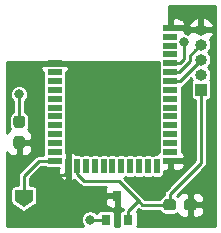
<source format=gbr>
G04 #@! TF.GenerationSoftware,KiCad,Pcbnew,(5.1.0)-1*
G04 #@! TF.CreationDate,2019-06-28T09:21:03+02:00*
G04 #@! TF.ProjectId,Drop,44726f70-2e6b-4696-9361-645f70636258,rev?*
G04 #@! TF.SameCoordinates,Original*
G04 #@! TF.FileFunction,Copper,L1,Top*
G04 #@! TF.FilePolarity,Positive*
%FSLAX46Y46*%
G04 Gerber Fmt 4.6, Leading zero omitted, Abs format (unit mm)*
G04 Created by KiCad (PCBNEW (5.1.0)-1) date 2019-06-28 09:21:03*
%MOMM*%
%LPD*%
G04 APERTURE LIST*
%ADD10R,1.200000X0.500000*%
%ADD11R,0.500000X1.200000*%
%ADD12C,0.100000*%
%ADD13C,0.950000*%
%ADD14R,0.800000X0.900000*%
%ADD15R,1.000000X1.000000*%
%ADD16O,1.000000X1.000000*%
%ADD17C,0.300000*%
%ADD18C,0.800000*%
%ADD19C,0.250000*%
%ADD20C,0.254000*%
G04 APERTURE END LIST*
D10*
X134000000Y-58775001D03*
X134000000Y-59525001D03*
X134000000Y-60275001D03*
X134000000Y-61025001D03*
X134000000Y-61775001D03*
X134000000Y-62525001D03*
X134000000Y-63275001D03*
X134000000Y-64025001D03*
X134000000Y-64775001D03*
X134000000Y-65525001D03*
X134000000Y-66275001D03*
X134000000Y-67025001D03*
D11*
X135150000Y-67475001D03*
X135900000Y-67475001D03*
X136650000Y-67475001D03*
X137400000Y-67475001D03*
X138150000Y-67475001D03*
X138900000Y-67475001D03*
X139650000Y-67475001D03*
X140400000Y-67475001D03*
X141150000Y-67475001D03*
X141900000Y-67475001D03*
X142650000Y-67475001D03*
D10*
X143800000Y-67025001D03*
X143800000Y-66275001D03*
X143800000Y-65525001D03*
X143800000Y-64775001D03*
X143800000Y-64025001D03*
X143800000Y-63275001D03*
X143800000Y-62525001D03*
X143800000Y-61775001D03*
X143800000Y-61025001D03*
X143800000Y-60275001D03*
X143800000Y-59525001D03*
X143800000Y-58775001D03*
X143800000Y-58025001D03*
X143800000Y-57275001D03*
X143800000Y-56525001D03*
X143800000Y-55775001D03*
D12*
G36*
X131260779Y-63201144D02*
G01*
X131283834Y-63204563D01*
X131306443Y-63210227D01*
X131328387Y-63218079D01*
X131349457Y-63228044D01*
X131369448Y-63240026D01*
X131388168Y-63253910D01*
X131405438Y-63269562D01*
X131421090Y-63286832D01*
X131434974Y-63305552D01*
X131446956Y-63325543D01*
X131456921Y-63346613D01*
X131464773Y-63368557D01*
X131470437Y-63391166D01*
X131473856Y-63414221D01*
X131475000Y-63437500D01*
X131475000Y-64012500D01*
X131473856Y-64035779D01*
X131470437Y-64058834D01*
X131464773Y-64081443D01*
X131456921Y-64103387D01*
X131446956Y-64124457D01*
X131434974Y-64144448D01*
X131421090Y-64163168D01*
X131405438Y-64180438D01*
X131388168Y-64196090D01*
X131369448Y-64209974D01*
X131349457Y-64221956D01*
X131328387Y-64231921D01*
X131306443Y-64239773D01*
X131283834Y-64245437D01*
X131260779Y-64248856D01*
X131237500Y-64250000D01*
X130762500Y-64250000D01*
X130739221Y-64248856D01*
X130716166Y-64245437D01*
X130693557Y-64239773D01*
X130671613Y-64231921D01*
X130650543Y-64221956D01*
X130630552Y-64209974D01*
X130611832Y-64196090D01*
X130594562Y-64180438D01*
X130578910Y-64163168D01*
X130565026Y-64144448D01*
X130553044Y-64124457D01*
X130543079Y-64103387D01*
X130535227Y-64081443D01*
X130529563Y-64058834D01*
X130526144Y-64035779D01*
X130525000Y-64012500D01*
X130525000Y-63437500D01*
X130526144Y-63414221D01*
X130529563Y-63391166D01*
X130535227Y-63368557D01*
X130543079Y-63346613D01*
X130553044Y-63325543D01*
X130565026Y-63305552D01*
X130578910Y-63286832D01*
X130594562Y-63269562D01*
X130611832Y-63253910D01*
X130630552Y-63240026D01*
X130650543Y-63228044D01*
X130671613Y-63218079D01*
X130693557Y-63210227D01*
X130716166Y-63204563D01*
X130739221Y-63201144D01*
X130762500Y-63200000D01*
X131237500Y-63200000D01*
X131260779Y-63201144D01*
X131260779Y-63201144D01*
G37*
D13*
X131000000Y-63725000D03*
D12*
G36*
X131260779Y-64951144D02*
G01*
X131283834Y-64954563D01*
X131306443Y-64960227D01*
X131328387Y-64968079D01*
X131349457Y-64978044D01*
X131369448Y-64990026D01*
X131388168Y-65003910D01*
X131405438Y-65019562D01*
X131421090Y-65036832D01*
X131434974Y-65055552D01*
X131446956Y-65075543D01*
X131456921Y-65096613D01*
X131464773Y-65118557D01*
X131470437Y-65141166D01*
X131473856Y-65164221D01*
X131475000Y-65187500D01*
X131475000Y-65762500D01*
X131473856Y-65785779D01*
X131470437Y-65808834D01*
X131464773Y-65831443D01*
X131456921Y-65853387D01*
X131446956Y-65874457D01*
X131434974Y-65894448D01*
X131421090Y-65913168D01*
X131405438Y-65930438D01*
X131388168Y-65946090D01*
X131369448Y-65959974D01*
X131349457Y-65971956D01*
X131328387Y-65981921D01*
X131306443Y-65989773D01*
X131283834Y-65995437D01*
X131260779Y-65998856D01*
X131237500Y-66000000D01*
X130762500Y-66000000D01*
X130739221Y-65998856D01*
X130716166Y-65995437D01*
X130693557Y-65989773D01*
X130671613Y-65981921D01*
X130650543Y-65971956D01*
X130630552Y-65959974D01*
X130611832Y-65946090D01*
X130594562Y-65930438D01*
X130578910Y-65913168D01*
X130565026Y-65894448D01*
X130553044Y-65874457D01*
X130543079Y-65853387D01*
X130535227Y-65831443D01*
X130529563Y-65808834D01*
X130526144Y-65785779D01*
X130525000Y-65762500D01*
X130525000Y-65187500D01*
X130526144Y-65164221D01*
X130529563Y-65141166D01*
X130535227Y-65118557D01*
X130543079Y-65096613D01*
X130553044Y-65075543D01*
X130565026Y-65055552D01*
X130578910Y-65036832D01*
X130594562Y-65019562D01*
X130611832Y-65003910D01*
X130630552Y-64990026D01*
X130650543Y-64978044D01*
X130671613Y-64968079D01*
X130693557Y-64960227D01*
X130716166Y-64954563D01*
X130739221Y-64951144D01*
X130762500Y-64950000D01*
X131237500Y-64950000D01*
X131260779Y-64951144D01*
X131260779Y-64951144D01*
G37*
D13*
X131000000Y-65475000D03*
D14*
X138350000Y-72000000D03*
X140250000Y-72000000D03*
X139300000Y-70000000D03*
D15*
X146400000Y-61000000D03*
D16*
X146400000Y-59730000D03*
X146400000Y-58460000D03*
X146400000Y-57190000D03*
X146400000Y-55920000D03*
D12*
G36*
X144060779Y-70276144D02*
G01*
X144083834Y-70279563D01*
X144106443Y-70285227D01*
X144128387Y-70293079D01*
X144149457Y-70303044D01*
X144169448Y-70315026D01*
X144188168Y-70328910D01*
X144205438Y-70344562D01*
X144221090Y-70361832D01*
X144234974Y-70380552D01*
X144246956Y-70400543D01*
X144256921Y-70421613D01*
X144264773Y-70443557D01*
X144270437Y-70466166D01*
X144273856Y-70489221D01*
X144275000Y-70512500D01*
X144275000Y-70987500D01*
X144273856Y-71010779D01*
X144270437Y-71033834D01*
X144264773Y-71056443D01*
X144256921Y-71078387D01*
X144246956Y-71099457D01*
X144234974Y-71119448D01*
X144221090Y-71138168D01*
X144205438Y-71155438D01*
X144188168Y-71171090D01*
X144169448Y-71184974D01*
X144149457Y-71196956D01*
X144128387Y-71206921D01*
X144106443Y-71214773D01*
X144083834Y-71220437D01*
X144060779Y-71223856D01*
X144037500Y-71225000D01*
X143462500Y-71225000D01*
X143439221Y-71223856D01*
X143416166Y-71220437D01*
X143393557Y-71214773D01*
X143371613Y-71206921D01*
X143350543Y-71196956D01*
X143330552Y-71184974D01*
X143311832Y-71171090D01*
X143294562Y-71155438D01*
X143278910Y-71138168D01*
X143265026Y-71119448D01*
X143253044Y-71099457D01*
X143243079Y-71078387D01*
X143235227Y-71056443D01*
X143229563Y-71033834D01*
X143226144Y-71010779D01*
X143225000Y-70987500D01*
X143225000Y-70512500D01*
X143226144Y-70489221D01*
X143229563Y-70466166D01*
X143235227Y-70443557D01*
X143243079Y-70421613D01*
X143253044Y-70400543D01*
X143265026Y-70380552D01*
X143278910Y-70361832D01*
X143294562Y-70344562D01*
X143311832Y-70328910D01*
X143330552Y-70315026D01*
X143350543Y-70303044D01*
X143371613Y-70293079D01*
X143393557Y-70285227D01*
X143416166Y-70279563D01*
X143439221Y-70276144D01*
X143462500Y-70275000D01*
X144037500Y-70275000D01*
X144060779Y-70276144D01*
X144060779Y-70276144D01*
G37*
D13*
X143750000Y-70750000D03*
D12*
G36*
X145810779Y-70276144D02*
G01*
X145833834Y-70279563D01*
X145856443Y-70285227D01*
X145878387Y-70293079D01*
X145899457Y-70303044D01*
X145919448Y-70315026D01*
X145938168Y-70328910D01*
X145955438Y-70344562D01*
X145971090Y-70361832D01*
X145984974Y-70380552D01*
X145996956Y-70400543D01*
X146006921Y-70421613D01*
X146014773Y-70443557D01*
X146020437Y-70466166D01*
X146023856Y-70489221D01*
X146025000Y-70512500D01*
X146025000Y-70987500D01*
X146023856Y-71010779D01*
X146020437Y-71033834D01*
X146014773Y-71056443D01*
X146006921Y-71078387D01*
X145996956Y-71099457D01*
X145984974Y-71119448D01*
X145971090Y-71138168D01*
X145955438Y-71155438D01*
X145938168Y-71171090D01*
X145919448Y-71184974D01*
X145899457Y-71196956D01*
X145878387Y-71206921D01*
X145856443Y-71214773D01*
X145833834Y-71220437D01*
X145810779Y-71223856D01*
X145787500Y-71225000D01*
X145212500Y-71225000D01*
X145189221Y-71223856D01*
X145166166Y-71220437D01*
X145143557Y-71214773D01*
X145121613Y-71206921D01*
X145100543Y-71196956D01*
X145080552Y-71184974D01*
X145061832Y-71171090D01*
X145044562Y-71155438D01*
X145028910Y-71138168D01*
X145015026Y-71119448D01*
X145003044Y-71099457D01*
X144993079Y-71078387D01*
X144985227Y-71056443D01*
X144979563Y-71033834D01*
X144976144Y-71010779D01*
X144975000Y-70987500D01*
X144975000Y-70512500D01*
X144976144Y-70489221D01*
X144979563Y-70466166D01*
X144985227Y-70443557D01*
X144993079Y-70421613D01*
X145003044Y-70400543D01*
X145015026Y-70380552D01*
X145028910Y-70361832D01*
X145044562Y-70344562D01*
X145061832Y-70328910D01*
X145080552Y-70315026D01*
X145100543Y-70303044D01*
X145121613Y-70293079D01*
X145143557Y-70285227D01*
X145166166Y-70279563D01*
X145189221Y-70276144D01*
X145212500Y-70275000D01*
X145787500Y-70275000D01*
X145810779Y-70276144D01*
X145810779Y-70276144D01*
G37*
D13*
X145500000Y-70750000D03*
D17*
X131400000Y-71425000D03*
D12*
G36*
X130650000Y-71925000D02*
G01*
X130650000Y-70775000D01*
X131400000Y-71275000D01*
X132150000Y-70775000D01*
X132150000Y-71925000D01*
X130650000Y-71925000D01*
X130650000Y-71925000D01*
G37*
D17*
X131400000Y-69975000D03*
D12*
G36*
X131400000Y-70975000D02*
G01*
X130650000Y-70475000D01*
X130650000Y-69475000D01*
X132150000Y-69475000D01*
X132150000Y-70475000D01*
X131400000Y-70975000D01*
X131400000Y-70975000D01*
G37*
D18*
X131000000Y-61400000D03*
X137000000Y-72000000D03*
X143200000Y-68800000D03*
X131500000Y-59250000D03*
X133200000Y-68000000D03*
X145000000Y-57000000D03*
D19*
X131000000Y-63725000D02*
X131000000Y-61400000D01*
X138350000Y-72000000D02*
X137000000Y-72000000D01*
X135250000Y-67575001D02*
X135150000Y-67475001D01*
X135150000Y-67825001D02*
X134775001Y-68200000D01*
X135150000Y-67475001D02*
X135150000Y-67825001D01*
X134775001Y-68200000D02*
X133325010Y-68200000D01*
X144650000Y-58775001D02*
X145000000Y-58425001D01*
X143800000Y-58775001D02*
X144650000Y-58775001D01*
X145000000Y-58425001D02*
X145000000Y-57000000D01*
X146400000Y-58525001D02*
X146400000Y-58460000D01*
X144650000Y-60275001D02*
X146400000Y-58525001D01*
X143800000Y-60275001D02*
X144650000Y-60275001D01*
X145900001Y-57689999D02*
X146400000Y-57190000D01*
X145450009Y-58139991D02*
X145900001Y-57689999D01*
X145450009Y-58611402D02*
X145450009Y-58139991D01*
X144536410Y-59525001D02*
X145450009Y-58611402D01*
X143800000Y-59525001D02*
X144536410Y-59525001D01*
X143125000Y-70750000D02*
X143750000Y-70750000D01*
X141438589Y-70750000D02*
X143125000Y-70750000D01*
X136489997Y-68750000D02*
X139438589Y-68750000D01*
X135900000Y-68160003D02*
X136489997Y-68750000D01*
X135900000Y-67475001D02*
X135900000Y-68160003D01*
X141094294Y-70455706D02*
X141144294Y-70455706D01*
X140250000Y-71300000D02*
X141094294Y-70455706D01*
X140250000Y-72000000D02*
X140250000Y-71300000D01*
X139438589Y-68750000D02*
X141144294Y-70455706D01*
X141144294Y-70455706D02*
X141438589Y-70750000D01*
X146400000Y-66500000D02*
X146400000Y-61000000D01*
X146400000Y-67200000D02*
X146400000Y-66500000D01*
X143750000Y-70750000D02*
X143750000Y-69850000D01*
X143750000Y-69850000D02*
X146400000Y-67200000D01*
X134000000Y-67025001D02*
X132674999Y-67025001D01*
X131400000Y-68300000D02*
X131400000Y-69975000D01*
X132674999Y-67025001D02*
X131400000Y-68300000D01*
D20*
G36*
X147544001Y-72544000D02*
G01*
X141019629Y-72544000D01*
X141025487Y-72524689D01*
X141032843Y-72450000D01*
X141032843Y-71550000D01*
X141025487Y-71475311D01*
X141003701Y-71403492D01*
X140968322Y-71337304D01*
X140950276Y-71315315D01*
X141121355Y-71144236D01*
X141156110Y-71172759D01*
X141244014Y-71219745D01*
X141339396Y-71248678D01*
X141413735Y-71256000D01*
X141413743Y-71256000D01*
X141438589Y-71258447D01*
X141463435Y-71256000D01*
X142906004Y-71256000D01*
X142946704Y-71332144D01*
X143023851Y-71426149D01*
X143117856Y-71503296D01*
X143225105Y-71560622D01*
X143341477Y-71595923D01*
X143462500Y-71607843D01*
X144037500Y-71607843D01*
X144158523Y-71595923D01*
X144274895Y-71560622D01*
X144382144Y-71503296D01*
X144397151Y-71490980D01*
X144444463Y-71579494D01*
X144523815Y-71676185D01*
X144620506Y-71755537D01*
X144730820Y-71814502D01*
X144850518Y-71850812D01*
X144975000Y-71863072D01*
X145214250Y-71860000D01*
X145373000Y-71701250D01*
X145373000Y-70877000D01*
X145627000Y-70877000D01*
X145627000Y-71701250D01*
X145785750Y-71860000D01*
X146025000Y-71863072D01*
X146149482Y-71850812D01*
X146269180Y-71814502D01*
X146379494Y-71755537D01*
X146476185Y-71676185D01*
X146555537Y-71579494D01*
X146614502Y-71469180D01*
X146650812Y-71349482D01*
X146663072Y-71225000D01*
X146660000Y-71035750D01*
X146501250Y-70877000D01*
X145627000Y-70877000D01*
X145373000Y-70877000D01*
X145353000Y-70877000D01*
X145353000Y-70623000D01*
X145373000Y-70623000D01*
X145373000Y-69798750D01*
X145627000Y-69798750D01*
X145627000Y-70623000D01*
X146501250Y-70623000D01*
X146660000Y-70464250D01*
X146663072Y-70275000D01*
X146650812Y-70150518D01*
X146614502Y-70030820D01*
X146555537Y-69920506D01*
X146476185Y-69823815D01*
X146379494Y-69744463D01*
X146269180Y-69685498D01*
X146149482Y-69649188D01*
X146025000Y-69636928D01*
X145785750Y-69640000D01*
X145627000Y-69798750D01*
X145373000Y-69798750D01*
X145214250Y-69640000D01*
X144975000Y-69636928D01*
X144850518Y-69649188D01*
X144730820Y-69685498D01*
X144620506Y-69744463D01*
X144523815Y-69823815D01*
X144444463Y-69920506D01*
X144397151Y-70009020D01*
X144382144Y-69996704D01*
X144340921Y-69974670D01*
X146740220Y-67575372D01*
X146759527Y-67559527D01*
X146822759Y-67482479D01*
X146869745Y-67394575D01*
X146898678Y-67299193D01*
X146906000Y-67224854D01*
X146906000Y-67224853D01*
X146908448Y-67200000D01*
X146906000Y-67175146D01*
X146906000Y-61882252D01*
X146974689Y-61875487D01*
X147046508Y-61853701D01*
X147112696Y-61818322D01*
X147170711Y-61770711D01*
X147218322Y-61712696D01*
X147253701Y-61646508D01*
X147275487Y-61574689D01*
X147282843Y-61500000D01*
X147282843Y-60500000D01*
X147275487Y-60425311D01*
X147253701Y-60353492D01*
X147218322Y-60287304D01*
X147170711Y-60229289D01*
X147143858Y-60207251D01*
X147217875Y-60068775D01*
X147268252Y-59902706D01*
X147285262Y-59730000D01*
X147268252Y-59557294D01*
X147217875Y-59391225D01*
X147136068Y-59238175D01*
X147025975Y-59104025D01*
X147014978Y-59095000D01*
X147025975Y-59085975D01*
X147136068Y-58951825D01*
X147217875Y-58798775D01*
X147268252Y-58632706D01*
X147285262Y-58460000D01*
X147268252Y-58287294D01*
X147217875Y-58121225D01*
X147136068Y-57968175D01*
X147025975Y-57834025D01*
X147014978Y-57825000D01*
X147025975Y-57815975D01*
X147136068Y-57681825D01*
X147217875Y-57528775D01*
X147268252Y-57362706D01*
X147285262Y-57190000D01*
X147268252Y-57017294D01*
X147217875Y-56851225D01*
X147164626Y-56751604D01*
X147258865Y-56662020D01*
X147387123Y-56480206D01*
X147477446Y-56276864D01*
X147494119Y-56221874D01*
X147367954Y-56047000D01*
X146527000Y-56047000D01*
X146527000Y-56067000D01*
X146273000Y-56067000D01*
X146273000Y-56047000D01*
X145432046Y-56047000D01*
X145305881Y-56221874D01*
X145322554Y-56276864D01*
X145328756Y-56290827D01*
X145227809Y-56249013D01*
X145076922Y-56219000D01*
X145004640Y-56219000D01*
X145023564Y-56160290D01*
X145035000Y-56056751D01*
X144876250Y-55898001D01*
X144459327Y-55898001D01*
X144400000Y-55892158D01*
X143709358Y-55892158D01*
X143715850Y-55048751D01*
X143927000Y-55048751D01*
X143927000Y-55652001D01*
X144876250Y-55652001D01*
X144910125Y-55618126D01*
X145305881Y-55618126D01*
X145432046Y-55793000D01*
X146273000Y-55793000D01*
X146273000Y-54950871D01*
X146527000Y-54950871D01*
X146527000Y-55793000D01*
X147367954Y-55793000D01*
X147494119Y-55618126D01*
X147477446Y-55563136D01*
X147387123Y-55359794D01*
X147258865Y-55177980D01*
X147097601Y-55024682D01*
X146909529Y-54905790D01*
X146701876Y-54825874D01*
X146527000Y-54950871D01*
X146273000Y-54950871D01*
X146098124Y-54825874D01*
X145890471Y-54905790D01*
X145702399Y-55024682D01*
X145541135Y-55177980D01*
X145412877Y-55359794D01*
X145322554Y-55563136D01*
X145305881Y-55618126D01*
X144910125Y-55618126D01*
X145035000Y-55493251D01*
X145023564Y-55389712D01*
X144985189Y-55270660D01*
X144924325Y-55161382D01*
X144843312Y-55066078D01*
X144745263Y-54988410D01*
X144633945Y-54931363D01*
X144513637Y-54897130D01*
X144388961Y-54887024D01*
X144085750Y-54890001D01*
X143927000Y-55048751D01*
X143715850Y-55048751D01*
X143724263Y-53956000D01*
X147544000Y-53956000D01*
X147544001Y-72544000D01*
X147544001Y-72544000D01*
G37*
X147544001Y-72544000D02*
X141019629Y-72544000D01*
X141025487Y-72524689D01*
X141032843Y-72450000D01*
X141032843Y-71550000D01*
X141025487Y-71475311D01*
X141003701Y-71403492D01*
X140968322Y-71337304D01*
X140950276Y-71315315D01*
X141121355Y-71144236D01*
X141156110Y-71172759D01*
X141244014Y-71219745D01*
X141339396Y-71248678D01*
X141413735Y-71256000D01*
X141413743Y-71256000D01*
X141438589Y-71258447D01*
X141463435Y-71256000D01*
X142906004Y-71256000D01*
X142946704Y-71332144D01*
X143023851Y-71426149D01*
X143117856Y-71503296D01*
X143225105Y-71560622D01*
X143341477Y-71595923D01*
X143462500Y-71607843D01*
X144037500Y-71607843D01*
X144158523Y-71595923D01*
X144274895Y-71560622D01*
X144382144Y-71503296D01*
X144397151Y-71490980D01*
X144444463Y-71579494D01*
X144523815Y-71676185D01*
X144620506Y-71755537D01*
X144730820Y-71814502D01*
X144850518Y-71850812D01*
X144975000Y-71863072D01*
X145214250Y-71860000D01*
X145373000Y-71701250D01*
X145373000Y-70877000D01*
X145627000Y-70877000D01*
X145627000Y-71701250D01*
X145785750Y-71860000D01*
X146025000Y-71863072D01*
X146149482Y-71850812D01*
X146269180Y-71814502D01*
X146379494Y-71755537D01*
X146476185Y-71676185D01*
X146555537Y-71579494D01*
X146614502Y-71469180D01*
X146650812Y-71349482D01*
X146663072Y-71225000D01*
X146660000Y-71035750D01*
X146501250Y-70877000D01*
X145627000Y-70877000D01*
X145373000Y-70877000D01*
X145353000Y-70877000D01*
X145353000Y-70623000D01*
X145373000Y-70623000D01*
X145373000Y-69798750D01*
X145627000Y-69798750D01*
X145627000Y-70623000D01*
X146501250Y-70623000D01*
X146660000Y-70464250D01*
X146663072Y-70275000D01*
X146650812Y-70150518D01*
X146614502Y-70030820D01*
X146555537Y-69920506D01*
X146476185Y-69823815D01*
X146379494Y-69744463D01*
X146269180Y-69685498D01*
X146149482Y-69649188D01*
X146025000Y-69636928D01*
X145785750Y-69640000D01*
X145627000Y-69798750D01*
X145373000Y-69798750D01*
X145214250Y-69640000D01*
X144975000Y-69636928D01*
X144850518Y-69649188D01*
X144730820Y-69685498D01*
X144620506Y-69744463D01*
X144523815Y-69823815D01*
X144444463Y-69920506D01*
X144397151Y-70009020D01*
X144382144Y-69996704D01*
X144340921Y-69974670D01*
X146740220Y-67575372D01*
X146759527Y-67559527D01*
X146822759Y-67482479D01*
X146869745Y-67394575D01*
X146898678Y-67299193D01*
X146906000Y-67224854D01*
X146906000Y-67224853D01*
X146908448Y-67200000D01*
X146906000Y-67175146D01*
X146906000Y-61882252D01*
X146974689Y-61875487D01*
X147046508Y-61853701D01*
X147112696Y-61818322D01*
X147170711Y-61770711D01*
X147218322Y-61712696D01*
X147253701Y-61646508D01*
X147275487Y-61574689D01*
X147282843Y-61500000D01*
X147282843Y-60500000D01*
X147275487Y-60425311D01*
X147253701Y-60353492D01*
X147218322Y-60287304D01*
X147170711Y-60229289D01*
X147143858Y-60207251D01*
X147217875Y-60068775D01*
X147268252Y-59902706D01*
X147285262Y-59730000D01*
X147268252Y-59557294D01*
X147217875Y-59391225D01*
X147136068Y-59238175D01*
X147025975Y-59104025D01*
X147014978Y-59095000D01*
X147025975Y-59085975D01*
X147136068Y-58951825D01*
X147217875Y-58798775D01*
X147268252Y-58632706D01*
X147285262Y-58460000D01*
X147268252Y-58287294D01*
X147217875Y-58121225D01*
X147136068Y-57968175D01*
X147025975Y-57834025D01*
X147014978Y-57825000D01*
X147025975Y-57815975D01*
X147136068Y-57681825D01*
X147217875Y-57528775D01*
X147268252Y-57362706D01*
X147285262Y-57190000D01*
X147268252Y-57017294D01*
X147217875Y-56851225D01*
X147164626Y-56751604D01*
X147258865Y-56662020D01*
X147387123Y-56480206D01*
X147477446Y-56276864D01*
X147494119Y-56221874D01*
X147367954Y-56047000D01*
X146527000Y-56047000D01*
X146527000Y-56067000D01*
X146273000Y-56067000D01*
X146273000Y-56047000D01*
X145432046Y-56047000D01*
X145305881Y-56221874D01*
X145322554Y-56276864D01*
X145328756Y-56290827D01*
X145227809Y-56249013D01*
X145076922Y-56219000D01*
X145004640Y-56219000D01*
X145023564Y-56160290D01*
X145035000Y-56056751D01*
X144876250Y-55898001D01*
X144459327Y-55898001D01*
X144400000Y-55892158D01*
X143709358Y-55892158D01*
X143715850Y-55048751D01*
X143927000Y-55048751D01*
X143927000Y-55652001D01*
X144876250Y-55652001D01*
X144910125Y-55618126D01*
X145305881Y-55618126D01*
X145432046Y-55793000D01*
X146273000Y-55793000D01*
X146273000Y-54950871D01*
X146527000Y-54950871D01*
X146527000Y-55793000D01*
X147367954Y-55793000D01*
X147494119Y-55618126D01*
X147477446Y-55563136D01*
X147387123Y-55359794D01*
X147258865Y-55177980D01*
X147097601Y-55024682D01*
X146909529Y-54905790D01*
X146701876Y-54825874D01*
X146527000Y-54950871D01*
X146273000Y-54950871D01*
X146098124Y-54825874D01*
X145890471Y-54905790D01*
X145702399Y-55024682D01*
X145541135Y-55177980D01*
X145412877Y-55359794D01*
X145322554Y-55563136D01*
X145305881Y-55618126D01*
X144910125Y-55618126D01*
X145035000Y-55493251D01*
X145023564Y-55389712D01*
X144985189Y-55270660D01*
X144924325Y-55161382D01*
X144843312Y-55066078D01*
X144745263Y-54988410D01*
X144633945Y-54931363D01*
X144513637Y-54897130D01*
X144388961Y-54887024D01*
X144085750Y-54890001D01*
X143927000Y-55048751D01*
X143715850Y-55048751D01*
X143724263Y-53956000D01*
X147544000Y-53956000D01*
X147544001Y-72544000D01*
G36*
X132923750Y-58652001D02*
G01*
X133873000Y-58652001D01*
X133873000Y-58628001D01*
X134127000Y-58628001D01*
X134127000Y-58652001D01*
X135076250Y-58652001D01*
X135101251Y-58627000D01*
X142817157Y-58627000D01*
X142817157Y-59025001D01*
X142824513Y-59099690D01*
X142839775Y-59150001D01*
X142824513Y-59200312D01*
X142817157Y-59275001D01*
X142817157Y-59775001D01*
X142824513Y-59849690D01*
X142839775Y-59900001D01*
X142824513Y-59950312D01*
X142817157Y-60025001D01*
X142817157Y-60525001D01*
X142824513Y-60599690D01*
X142839775Y-60650001D01*
X142824513Y-60700312D01*
X142817157Y-60775001D01*
X142817157Y-61275001D01*
X142824513Y-61349690D01*
X142839775Y-61400001D01*
X142824513Y-61450312D01*
X142817157Y-61525001D01*
X142817157Y-62025001D01*
X142824513Y-62099690D01*
X142839775Y-62150001D01*
X142824513Y-62200312D01*
X142817157Y-62275001D01*
X142817157Y-62775001D01*
X142824513Y-62849690D01*
X142839775Y-62900001D01*
X142824513Y-62950312D01*
X142817157Y-63025001D01*
X142817157Y-63525001D01*
X142824513Y-63599690D01*
X142839775Y-63650001D01*
X142824513Y-63700312D01*
X142817157Y-63775001D01*
X142817157Y-64275001D01*
X142824513Y-64349690D01*
X142839775Y-64400001D01*
X142824513Y-64450312D01*
X142817157Y-64525001D01*
X142817157Y-65025001D01*
X142824513Y-65099690D01*
X142839775Y-65150001D01*
X142824513Y-65200312D01*
X142817157Y-65275001D01*
X142817157Y-65775001D01*
X142824513Y-65849690D01*
X142839775Y-65900001D01*
X142824513Y-65950312D01*
X142817157Y-66025001D01*
X142817157Y-66268178D01*
X142756688Y-66316078D01*
X142675675Y-66411382D01*
X142630686Y-66492158D01*
X142400000Y-66492158D01*
X142325311Y-66499514D01*
X142275000Y-66514776D01*
X142224689Y-66499514D01*
X142150000Y-66492158D01*
X141650000Y-66492158D01*
X141575311Y-66499514D01*
X141525000Y-66514776D01*
X141474689Y-66499514D01*
X141400000Y-66492158D01*
X140900000Y-66492158D01*
X140825311Y-66499514D01*
X140775000Y-66514776D01*
X140724689Y-66499514D01*
X140650000Y-66492158D01*
X140150000Y-66492158D01*
X140075311Y-66499514D01*
X140025000Y-66514776D01*
X139974689Y-66499514D01*
X139900000Y-66492158D01*
X139400000Y-66492158D01*
X139325311Y-66499514D01*
X139275000Y-66514776D01*
X139224689Y-66499514D01*
X139150000Y-66492158D01*
X138650000Y-66492158D01*
X138575311Y-66499514D01*
X138525000Y-66514776D01*
X138474689Y-66499514D01*
X138400000Y-66492158D01*
X137900000Y-66492158D01*
X137825311Y-66499514D01*
X137775000Y-66514776D01*
X137724689Y-66499514D01*
X137650000Y-66492158D01*
X137150000Y-66492158D01*
X137075311Y-66499514D01*
X137025000Y-66514776D01*
X136974689Y-66499514D01*
X136900000Y-66492158D01*
X136400000Y-66492158D01*
X136325311Y-66499514D01*
X136275000Y-66514776D01*
X136224689Y-66499514D01*
X136150000Y-66492158D01*
X135906823Y-66492158D01*
X135858923Y-66431689D01*
X135763619Y-66350676D01*
X135654341Y-66289812D01*
X135535289Y-66251437D01*
X135431750Y-66240001D01*
X135273000Y-66398751D01*
X135273000Y-66815674D01*
X135267157Y-66875001D01*
X135267157Y-68075001D01*
X135273000Y-68134328D01*
X135273000Y-68551251D01*
X135431750Y-68710001D01*
X135535289Y-68698565D01*
X135654341Y-68660190D01*
X135673773Y-68649367D01*
X136114625Y-69090220D01*
X136130470Y-69109527D01*
X136207518Y-69172759D01*
X136295422Y-69219745D01*
X136390804Y-69248678D01*
X136489997Y-69258448D01*
X136514851Y-69256000D01*
X138337128Y-69256000D01*
X138310498Y-69305820D01*
X138274188Y-69425518D01*
X138261928Y-69550000D01*
X138265000Y-69714250D01*
X138423750Y-69873000D01*
X139173000Y-69873000D01*
X139173000Y-69853000D01*
X139427000Y-69853000D01*
X139427000Y-69873000D01*
X139447000Y-69873000D01*
X139447000Y-70127000D01*
X139427000Y-70127000D01*
X139427000Y-70926250D01*
X139585750Y-71085000D01*
X139700000Y-71088072D01*
X139794506Y-71078764D01*
X139780255Y-71105426D01*
X139757676Y-71179863D01*
X139703492Y-71196299D01*
X139637304Y-71231678D01*
X139579289Y-71279289D01*
X139531678Y-71337304D01*
X139496299Y-71403492D01*
X139474513Y-71475311D01*
X139467157Y-71550000D01*
X139467157Y-72450000D01*
X139474513Y-72524689D01*
X139480371Y-72544000D01*
X139119629Y-72544000D01*
X139125487Y-72524689D01*
X139132843Y-72450000D01*
X139132843Y-71550000D01*
X139125487Y-71475311D01*
X139103701Y-71403492D01*
X139068322Y-71337304D01*
X139020711Y-71279289D01*
X138962696Y-71231678D01*
X138896508Y-71196299D01*
X138824689Y-71174513D01*
X138750000Y-71167157D01*
X137950000Y-71167157D01*
X137875311Y-71174513D01*
X137803492Y-71196299D01*
X137737304Y-71231678D01*
X137679289Y-71279289D01*
X137631678Y-71337304D01*
X137596299Y-71403492D01*
X137575746Y-71471245D01*
X137497859Y-71393358D01*
X137369942Y-71307887D01*
X137227809Y-71249013D01*
X137076922Y-71219000D01*
X136923078Y-71219000D01*
X136772191Y-71249013D01*
X136630058Y-71307887D01*
X136502141Y-71393358D01*
X136393358Y-71502141D01*
X136307887Y-71630058D01*
X136249013Y-71772191D01*
X136219000Y-71923078D01*
X136219000Y-72076922D01*
X136249013Y-72227809D01*
X136307887Y-72369942D01*
X136393358Y-72497859D01*
X136439499Y-72544000D01*
X129956000Y-72544000D01*
X129956000Y-69475000D01*
X130267157Y-69475000D01*
X130267157Y-70475000D01*
X130274592Y-70550082D01*
X130296453Y-70621878D01*
X130331900Y-70688029D01*
X130379572Y-70745994D01*
X130437637Y-70793545D01*
X131187637Y-71293545D01*
X131253122Y-71328547D01*
X131324918Y-71350408D01*
X131399600Y-71357843D01*
X131474296Y-71350565D01*
X131546138Y-71328854D01*
X131612363Y-71293545D01*
X132362363Y-70793545D01*
X132420711Y-70745711D01*
X132468322Y-70687696D01*
X132503701Y-70621508D01*
X132525487Y-70549689D01*
X132532843Y-70475000D01*
X132532843Y-70450000D01*
X138261928Y-70450000D01*
X138274188Y-70574482D01*
X138310498Y-70694180D01*
X138369463Y-70804494D01*
X138448815Y-70901185D01*
X138545506Y-70980537D01*
X138655820Y-71039502D01*
X138775518Y-71075812D01*
X138900000Y-71088072D01*
X139014250Y-71085000D01*
X139173000Y-70926250D01*
X139173000Y-70127000D01*
X138423750Y-70127000D01*
X138265000Y-70285750D01*
X138261928Y-70450000D01*
X132532843Y-70450000D01*
X132532843Y-69475000D01*
X132525487Y-69400311D01*
X132503701Y-69328492D01*
X132468322Y-69262304D01*
X132420711Y-69204289D01*
X132362696Y-69156678D01*
X132296508Y-69121299D01*
X132224689Y-69099513D01*
X132150000Y-69092157D01*
X131906000Y-69092157D01*
X131906000Y-68509591D01*
X132884591Y-67531001D01*
X133117216Y-67531001D01*
X133129289Y-67545712D01*
X133187304Y-67593323D01*
X133253492Y-67628702D01*
X133325311Y-67650488D01*
X133400000Y-67657844D01*
X134367907Y-67657844D01*
X134265000Y-67760751D01*
X134262023Y-68063962D01*
X134272129Y-68188638D01*
X134306362Y-68308946D01*
X134363409Y-68420264D01*
X134441077Y-68518313D01*
X134536381Y-68599326D01*
X134645659Y-68660190D01*
X134764711Y-68698565D01*
X134868250Y-68710001D01*
X135027000Y-68551251D01*
X135027000Y-67602001D01*
X135003000Y-67602001D01*
X135003000Y-67348001D01*
X135027000Y-67348001D01*
X135027000Y-66398751D01*
X134982843Y-66354594D01*
X134982843Y-66025001D01*
X134975487Y-65950312D01*
X134960225Y-65900001D01*
X134975487Y-65849690D01*
X134982843Y-65775001D01*
X134982843Y-65275001D01*
X134975487Y-65200312D01*
X134960225Y-65150001D01*
X134975487Y-65099690D01*
X134982843Y-65025001D01*
X134982843Y-64525001D01*
X134975487Y-64450312D01*
X134960225Y-64400001D01*
X134975487Y-64349690D01*
X134982843Y-64275001D01*
X134982843Y-63775001D01*
X134975487Y-63700312D01*
X134960225Y-63650001D01*
X134975487Y-63599690D01*
X134982843Y-63525001D01*
X134982843Y-63025001D01*
X134975487Y-62950312D01*
X134960225Y-62900001D01*
X134975487Y-62849690D01*
X134982843Y-62775001D01*
X134982843Y-62275001D01*
X134975487Y-62200312D01*
X134960225Y-62150001D01*
X134975487Y-62099690D01*
X134982843Y-62025001D01*
X134982843Y-61525001D01*
X134975487Y-61450312D01*
X134960225Y-61400001D01*
X134975487Y-61349690D01*
X134982843Y-61275001D01*
X134982843Y-60775001D01*
X134975487Y-60700312D01*
X134960225Y-60650001D01*
X134975487Y-60599690D01*
X134982843Y-60525001D01*
X134982843Y-60025001D01*
X134975487Y-59950312D01*
X134960225Y-59900001D01*
X134975487Y-59849690D01*
X134982843Y-59775001D01*
X134982843Y-59531824D01*
X135043312Y-59483924D01*
X135124325Y-59388620D01*
X135185189Y-59279342D01*
X135223564Y-59160290D01*
X135235000Y-59056751D01*
X135076250Y-58898001D01*
X134659327Y-58898001D01*
X134600000Y-58892158D01*
X133400000Y-58892158D01*
X133340673Y-58898001D01*
X132923750Y-58898001D01*
X132765000Y-59056751D01*
X132776436Y-59160290D01*
X132814811Y-59279342D01*
X132875675Y-59388620D01*
X132956688Y-59483924D01*
X133017157Y-59531824D01*
X133017157Y-59775001D01*
X133024513Y-59849690D01*
X133039775Y-59900001D01*
X133024513Y-59950312D01*
X133017157Y-60025001D01*
X133017157Y-60525001D01*
X133024513Y-60599690D01*
X133039775Y-60650001D01*
X133024513Y-60700312D01*
X133017157Y-60775001D01*
X133017157Y-61275001D01*
X133024513Y-61349690D01*
X133039775Y-61400001D01*
X133024513Y-61450312D01*
X133017157Y-61525001D01*
X133017157Y-62025001D01*
X133024513Y-62099690D01*
X133039775Y-62150001D01*
X133024513Y-62200312D01*
X133017157Y-62275001D01*
X133017157Y-62775001D01*
X133024513Y-62849690D01*
X133039775Y-62900001D01*
X133024513Y-62950312D01*
X133017157Y-63025001D01*
X133017157Y-63525001D01*
X133024513Y-63599690D01*
X133039775Y-63650001D01*
X133024513Y-63700312D01*
X133017157Y-63775001D01*
X133017157Y-64275001D01*
X133024513Y-64349690D01*
X133039775Y-64400001D01*
X133024513Y-64450312D01*
X133017157Y-64525001D01*
X133017157Y-65025001D01*
X133024513Y-65099690D01*
X133039775Y-65150001D01*
X133024513Y-65200312D01*
X133017157Y-65275001D01*
X133017157Y-65775001D01*
X133024513Y-65849690D01*
X133039775Y-65900001D01*
X133024513Y-65950312D01*
X133017157Y-66025001D01*
X133017157Y-66519001D01*
X132699853Y-66519001D01*
X132674999Y-66516553D01*
X132589228Y-66525001D01*
X132575806Y-66526323D01*
X132480424Y-66555256D01*
X132392520Y-66602242D01*
X132315472Y-66665474D01*
X132299627Y-66684781D01*
X131059785Y-67924624D01*
X131040473Y-67940473D01*
X130977241Y-68017521D01*
X130930255Y-68105426D01*
X130901322Y-68200808D01*
X130894000Y-68275147D01*
X130894000Y-68275154D01*
X130891553Y-68300000D01*
X130894000Y-68324847D01*
X130894000Y-69092157D01*
X130650000Y-69092157D01*
X130575311Y-69099513D01*
X130503492Y-69121299D01*
X130437304Y-69156678D01*
X130379289Y-69204289D01*
X130331678Y-69262304D01*
X130296299Y-69328492D01*
X130274513Y-69400311D01*
X130267157Y-69475000D01*
X129956000Y-69475000D01*
X129956000Y-66282536D01*
X129994463Y-66354494D01*
X130073815Y-66451185D01*
X130170506Y-66530537D01*
X130280820Y-66589502D01*
X130400518Y-66625812D01*
X130525000Y-66638072D01*
X130714250Y-66635000D01*
X130873000Y-66476250D01*
X130873000Y-65602000D01*
X131127000Y-65602000D01*
X131127000Y-66476250D01*
X131285750Y-66635000D01*
X131475000Y-66638072D01*
X131599482Y-66625812D01*
X131719180Y-66589502D01*
X131829494Y-66530537D01*
X131926185Y-66451185D01*
X132005537Y-66354494D01*
X132064502Y-66244180D01*
X132100812Y-66124482D01*
X132113072Y-66000000D01*
X132110000Y-65760750D01*
X131951250Y-65602000D01*
X131127000Y-65602000D01*
X130873000Y-65602000D01*
X130853000Y-65602000D01*
X130853000Y-65348000D01*
X130873000Y-65348000D01*
X130873000Y-65328000D01*
X131127000Y-65328000D01*
X131127000Y-65348000D01*
X131951250Y-65348000D01*
X132110000Y-65189250D01*
X132113072Y-64950000D01*
X132100812Y-64825518D01*
X132064502Y-64705820D01*
X132005537Y-64595506D01*
X131926185Y-64498815D01*
X131829494Y-64419463D01*
X131740980Y-64372151D01*
X131753296Y-64357144D01*
X131810622Y-64249895D01*
X131845923Y-64133523D01*
X131857843Y-64012500D01*
X131857843Y-63437500D01*
X131845923Y-63316477D01*
X131810622Y-63200105D01*
X131753296Y-63092856D01*
X131676149Y-62998851D01*
X131582144Y-62921704D01*
X131506000Y-62881004D01*
X131506000Y-61998501D01*
X131606642Y-61897859D01*
X131692113Y-61769942D01*
X131750987Y-61627809D01*
X131781000Y-61476922D01*
X131781000Y-61323078D01*
X131750987Y-61172191D01*
X131692113Y-61030058D01*
X131606642Y-60902141D01*
X131497859Y-60793358D01*
X131369942Y-60707887D01*
X131227809Y-60649013D01*
X131076922Y-60619000D01*
X130923078Y-60619000D01*
X130772191Y-60649013D01*
X130630058Y-60707887D01*
X130502141Y-60793358D01*
X130393358Y-60902141D01*
X130307887Y-61030058D01*
X130249013Y-61172191D01*
X130219000Y-61323078D01*
X130219000Y-61476922D01*
X130249013Y-61627809D01*
X130307887Y-61769942D01*
X130393358Y-61897859D01*
X130494001Y-61998502D01*
X130494000Y-62881004D01*
X130417856Y-62921704D01*
X130323851Y-62998851D01*
X130246704Y-63092856D01*
X130189378Y-63200105D01*
X130154077Y-63316477D01*
X130142157Y-63437500D01*
X130142157Y-64012500D01*
X130154077Y-64133523D01*
X130189378Y-64249895D01*
X130246704Y-64357144D01*
X130259020Y-64372151D01*
X130170506Y-64419463D01*
X130073815Y-64498815D01*
X129994463Y-64595506D01*
X129956000Y-64667464D01*
X129956000Y-58627000D01*
X132898749Y-58627000D01*
X132923750Y-58652001D01*
X132923750Y-58652001D01*
G37*
X132923750Y-58652001D02*
X133873000Y-58652001D01*
X133873000Y-58628001D01*
X134127000Y-58628001D01*
X134127000Y-58652001D01*
X135076250Y-58652001D01*
X135101251Y-58627000D01*
X142817157Y-58627000D01*
X142817157Y-59025001D01*
X142824513Y-59099690D01*
X142839775Y-59150001D01*
X142824513Y-59200312D01*
X142817157Y-59275001D01*
X142817157Y-59775001D01*
X142824513Y-59849690D01*
X142839775Y-59900001D01*
X142824513Y-59950312D01*
X142817157Y-60025001D01*
X142817157Y-60525001D01*
X142824513Y-60599690D01*
X142839775Y-60650001D01*
X142824513Y-60700312D01*
X142817157Y-60775001D01*
X142817157Y-61275001D01*
X142824513Y-61349690D01*
X142839775Y-61400001D01*
X142824513Y-61450312D01*
X142817157Y-61525001D01*
X142817157Y-62025001D01*
X142824513Y-62099690D01*
X142839775Y-62150001D01*
X142824513Y-62200312D01*
X142817157Y-62275001D01*
X142817157Y-62775001D01*
X142824513Y-62849690D01*
X142839775Y-62900001D01*
X142824513Y-62950312D01*
X142817157Y-63025001D01*
X142817157Y-63525001D01*
X142824513Y-63599690D01*
X142839775Y-63650001D01*
X142824513Y-63700312D01*
X142817157Y-63775001D01*
X142817157Y-64275001D01*
X142824513Y-64349690D01*
X142839775Y-64400001D01*
X142824513Y-64450312D01*
X142817157Y-64525001D01*
X142817157Y-65025001D01*
X142824513Y-65099690D01*
X142839775Y-65150001D01*
X142824513Y-65200312D01*
X142817157Y-65275001D01*
X142817157Y-65775001D01*
X142824513Y-65849690D01*
X142839775Y-65900001D01*
X142824513Y-65950312D01*
X142817157Y-66025001D01*
X142817157Y-66268178D01*
X142756688Y-66316078D01*
X142675675Y-66411382D01*
X142630686Y-66492158D01*
X142400000Y-66492158D01*
X142325311Y-66499514D01*
X142275000Y-66514776D01*
X142224689Y-66499514D01*
X142150000Y-66492158D01*
X141650000Y-66492158D01*
X141575311Y-66499514D01*
X141525000Y-66514776D01*
X141474689Y-66499514D01*
X141400000Y-66492158D01*
X140900000Y-66492158D01*
X140825311Y-66499514D01*
X140775000Y-66514776D01*
X140724689Y-66499514D01*
X140650000Y-66492158D01*
X140150000Y-66492158D01*
X140075311Y-66499514D01*
X140025000Y-66514776D01*
X139974689Y-66499514D01*
X139900000Y-66492158D01*
X139400000Y-66492158D01*
X139325311Y-66499514D01*
X139275000Y-66514776D01*
X139224689Y-66499514D01*
X139150000Y-66492158D01*
X138650000Y-66492158D01*
X138575311Y-66499514D01*
X138525000Y-66514776D01*
X138474689Y-66499514D01*
X138400000Y-66492158D01*
X137900000Y-66492158D01*
X137825311Y-66499514D01*
X137775000Y-66514776D01*
X137724689Y-66499514D01*
X137650000Y-66492158D01*
X137150000Y-66492158D01*
X137075311Y-66499514D01*
X137025000Y-66514776D01*
X136974689Y-66499514D01*
X136900000Y-66492158D01*
X136400000Y-66492158D01*
X136325311Y-66499514D01*
X136275000Y-66514776D01*
X136224689Y-66499514D01*
X136150000Y-66492158D01*
X135906823Y-66492158D01*
X135858923Y-66431689D01*
X135763619Y-66350676D01*
X135654341Y-66289812D01*
X135535289Y-66251437D01*
X135431750Y-66240001D01*
X135273000Y-66398751D01*
X135273000Y-66815674D01*
X135267157Y-66875001D01*
X135267157Y-68075001D01*
X135273000Y-68134328D01*
X135273000Y-68551251D01*
X135431750Y-68710001D01*
X135535289Y-68698565D01*
X135654341Y-68660190D01*
X135673773Y-68649367D01*
X136114625Y-69090220D01*
X136130470Y-69109527D01*
X136207518Y-69172759D01*
X136295422Y-69219745D01*
X136390804Y-69248678D01*
X136489997Y-69258448D01*
X136514851Y-69256000D01*
X138337128Y-69256000D01*
X138310498Y-69305820D01*
X138274188Y-69425518D01*
X138261928Y-69550000D01*
X138265000Y-69714250D01*
X138423750Y-69873000D01*
X139173000Y-69873000D01*
X139173000Y-69853000D01*
X139427000Y-69853000D01*
X139427000Y-69873000D01*
X139447000Y-69873000D01*
X139447000Y-70127000D01*
X139427000Y-70127000D01*
X139427000Y-70926250D01*
X139585750Y-71085000D01*
X139700000Y-71088072D01*
X139794506Y-71078764D01*
X139780255Y-71105426D01*
X139757676Y-71179863D01*
X139703492Y-71196299D01*
X139637304Y-71231678D01*
X139579289Y-71279289D01*
X139531678Y-71337304D01*
X139496299Y-71403492D01*
X139474513Y-71475311D01*
X139467157Y-71550000D01*
X139467157Y-72450000D01*
X139474513Y-72524689D01*
X139480371Y-72544000D01*
X139119629Y-72544000D01*
X139125487Y-72524689D01*
X139132843Y-72450000D01*
X139132843Y-71550000D01*
X139125487Y-71475311D01*
X139103701Y-71403492D01*
X139068322Y-71337304D01*
X139020711Y-71279289D01*
X138962696Y-71231678D01*
X138896508Y-71196299D01*
X138824689Y-71174513D01*
X138750000Y-71167157D01*
X137950000Y-71167157D01*
X137875311Y-71174513D01*
X137803492Y-71196299D01*
X137737304Y-71231678D01*
X137679289Y-71279289D01*
X137631678Y-71337304D01*
X137596299Y-71403492D01*
X137575746Y-71471245D01*
X137497859Y-71393358D01*
X137369942Y-71307887D01*
X137227809Y-71249013D01*
X137076922Y-71219000D01*
X136923078Y-71219000D01*
X136772191Y-71249013D01*
X136630058Y-71307887D01*
X136502141Y-71393358D01*
X136393358Y-71502141D01*
X136307887Y-71630058D01*
X136249013Y-71772191D01*
X136219000Y-71923078D01*
X136219000Y-72076922D01*
X136249013Y-72227809D01*
X136307887Y-72369942D01*
X136393358Y-72497859D01*
X136439499Y-72544000D01*
X129956000Y-72544000D01*
X129956000Y-69475000D01*
X130267157Y-69475000D01*
X130267157Y-70475000D01*
X130274592Y-70550082D01*
X130296453Y-70621878D01*
X130331900Y-70688029D01*
X130379572Y-70745994D01*
X130437637Y-70793545D01*
X131187637Y-71293545D01*
X131253122Y-71328547D01*
X131324918Y-71350408D01*
X131399600Y-71357843D01*
X131474296Y-71350565D01*
X131546138Y-71328854D01*
X131612363Y-71293545D01*
X132362363Y-70793545D01*
X132420711Y-70745711D01*
X132468322Y-70687696D01*
X132503701Y-70621508D01*
X132525487Y-70549689D01*
X132532843Y-70475000D01*
X132532843Y-70450000D01*
X138261928Y-70450000D01*
X138274188Y-70574482D01*
X138310498Y-70694180D01*
X138369463Y-70804494D01*
X138448815Y-70901185D01*
X138545506Y-70980537D01*
X138655820Y-71039502D01*
X138775518Y-71075812D01*
X138900000Y-71088072D01*
X139014250Y-71085000D01*
X139173000Y-70926250D01*
X139173000Y-70127000D01*
X138423750Y-70127000D01*
X138265000Y-70285750D01*
X138261928Y-70450000D01*
X132532843Y-70450000D01*
X132532843Y-69475000D01*
X132525487Y-69400311D01*
X132503701Y-69328492D01*
X132468322Y-69262304D01*
X132420711Y-69204289D01*
X132362696Y-69156678D01*
X132296508Y-69121299D01*
X132224689Y-69099513D01*
X132150000Y-69092157D01*
X131906000Y-69092157D01*
X131906000Y-68509591D01*
X132884591Y-67531001D01*
X133117216Y-67531001D01*
X133129289Y-67545712D01*
X133187304Y-67593323D01*
X133253492Y-67628702D01*
X133325311Y-67650488D01*
X133400000Y-67657844D01*
X134367907Y-67657844D01*
X134265000Y-67760751D01*
X134262023Y-68063962D01*
X134272129Y-68188638D01*
X134306362Y-68308946D01*
X134363409Y-68420264D01*
X134441077Y-68518313D01*
X134536381Y-68599326D01*
X134645659Y-68660190D01*
X134764711Y-68698565D01*
X134868250Y-68710001D01*
X135027000Y-68551251D01*
X135027000Y-67602001D01*
X135003000Y-67602001D01*
X135003000Y-67348001D01*
X135027000Y-67348001D01*
X135027000Y-66398751D01*
X134982843Y-66354594D01*
X134982843Y-66025001D01*
X134975487Y-65950312D01*
X134960225Y-65900001D01*
X134975487Y-65849690D01*
X134982843Y-65775001D01*
X134982843Y-65275001D01*
X134975487Y-65200312D01*
X134960225Y-65150001D01*
X134975487Y-65099690D01*
X134982843Y-65025001D01*
X134982843Y-64525001D01*
X134975487Y-64450312D01*
X134960225Y-64400001D01*
X134975487Y-64349690D01*
X134982843Y-64275001D01*
X134982843Y-63775001D01*
X134975487Y-63700312D01*
X134960225Y-63650001D01*
X134975487Y-63599690D01*
X134982843Y-63525001D01*
X134982843Y-63025001D01*
X134975487Y-62950312D01*
X134960225Y-62900001D01*
X134975487Y-62849690D01*
X134982843Y-62775001D01*
X134982843Y-62275001D01*
X134975487Y-62200312D01*
X134960225Y-62150001D01*
X134975487Y-62099690D01*
X134982843Y-62025001D01*
X134982843Y-61525001D01*
X134975487Y-61450312D01*
X134960225Y-61400001D01*
X134975487Y-61349690D01*
X134982843Y-61275001D01*
X134982843Y-60775001D01*
X134975487Y-60700312D01*
X134960225Y-60650001D01*
X134975487Y-60599690D01*
X134982843Y-60525001D01*
X134982843Y-60025001D01*
X134975487Y-59950312D01*
X134960225Y-59900001D01*
X134975487Y-59849690D01*
X134982843Y-59775001D01*
X134982843Y-59531824D01*
X135043312Y-59483924D01*
X135124325Y-59388620D01*
X135185189Y-59279342D01*
X135223564Y-59160290D01*
X135235000Y-59056751D01*
X135076250Y-58898001D01*
X134659327Y-58898001D01*
X134600000Y-58892158D01*
X133400000Y-58892158D01*
X133340673Y-58898001D01*
X132923750Y-58898001D01*
X132765000Y-59056751D01*
X132776436Y-59160290D01*
X132814811Y-59279342D01*
X132875675Y-59388620D01*
X132956688Y-59483924D01*
X133017157Y-59531824D01*
X133017157Y-59775001D01*
X133024513Y-59849690D01*
X133039775Y-59900001D01*
X133024513Y-59950312D01*
X133017157Y-60025001D01*
X133017157Y-60525001D01*
X133024513Y-60599690D01*
X133039775Y-60650001D01*
X133024513Y-60700312D01*
X133017157Y-60775001D01*
X133017157Y-61275001D01*
X133024513Y-61349690D01*
X133039775Y-61400001D01*
X133024513Y-61450312D01*
X133017157Y-61525001D01*
X133017157Y-62025001D01*
X133024513Y-62099690D01*
X133039775Y-62150001D01*
X133024513Y-62200312D01*
X133017157Y-62275001D01*
X133017157Y-62775001D01*
X133024513Y-62849690D01*
X133039775Y-62900001D01*
X133024513Y-62950312D01*
X133017157Y-63025001D01*
X133017157Y-63525001D01*
X133024513Y-63599690D01*
X133039775Y-63650001D01*
X133024513Y-63700312D01*
X133017157Y-63775001D01*
X133017157Y-64275001D01*
X133024513Y-64349690D01*
X133039775Y-64400001D01*
X133024513Y-64450312D01*
X133017157Y-64525001D01*
X133017157Y-65025001D01*
X133024513Y-65099690D01*
X133039775Y-65150001D01*
X133024513Y-65200312D01*
X133017157Y-65275001D01*
X133017157Y-65775001D01*
X133024513Y-65849690D01*
X133039775Y-65900001D01*
X133024513Y-65950312D01*
X133017157Y-66025001D01*
X133017157Y-66519001D01*
X132699853Y-66519001D01*
X132674999Y-66516553D01*
X132589228Y-66525001D01*
X132575806Y-66526323D01*
X132480424Y-66555256D01*
X132392520Y-66602242D01*
X132315472Y-66665474D01*
X132299627Y-66684781D01*
X131059785Y-67924624D01*
X131040473Y-67940473D01*
X130977241Y-68017521D01*
X130930255Y-68105426D01*
X130901322Y-68200808D01*
X130894000Y-68275147D01*
X130894000Y-68275154D01*
X130891553Y-68300000D01*
X130894000Y-68324847D01*
X130894000Y-69092157D01*
X130650000Y-69092157D01*
X130575311Y-69099513D01*
X130503492Y-69121299D01*
X130437304Y-69156678D01*
X130379289Y-69204289D01*
X130331678Y-69262304D01*
X130296299Y-69328492D01*
X130274513Y-69400311D01*
X130267157Y-69475000D01*
X129956000Y-69475000D01*
X129956000Y-66282536D01*
X129994463Y-66354494D01*
X130073815Y-66451185D01*
X130170506Y-66530537D01*
X130280820Y-66589502D01*
X130400518Y-66625812D01*
X130525000Y-66638072D01*
X130714250Y-66635000D01*
X130873000Y-66476250D01*
X130873000Y-65602000D01*
X131127000Y-65602000D01*
X131127000Y-66476250D01*
X131285750Y-66635000D01*
X131475000Y-66638072D01*
X131599482Y-66625812D01*
X131719180Y-66589502D01*
X131829494Y-66530537D01*
X131926185Y-66451185D01*
X132005537Y-66354494D01*
X132064502Y-66244180D01*
X132100812Y-66124482D01*
X132113072Y-66000000D01*
X132110000Y-65760750D01*
X131951250Y-65602000D01*
X131127000Y-65602000D01*
X130873000Y-65602000D01*
X130853000Y-65602000D01*
X130853000Y-65348000D01*
X130873000Y-65348000D01*
X130873000Y-65328000D01*
X131127000Y-65328000D01*
X131127000Y-65348000D01*
X131951250Y-65348000D01*
X132110000Y-65189250D01*
X132113072Y-64950000D01*
X132100812Y-64825518D01*
X132064502Y-64705820D01*
X132005537Y-64595506D01*
X131926185Y-64498815D01*
X131829494Y-64419463D01*
X131740980Y-64372151D01*
X131753296Y-64357144D01*
X131810622Y-64249895D01*
X131845923Y-64133523D01*
X131857843Y-64012500D01*
X131857843Y-63437500D01*
X131845923Y-63316477D01*
X131810622Y-63200105D01*
X131753296Y-63092856D01*
X131676149Y-62998851D01*
X131582144Y-62921704D01*
X131506000Y-62881004D01*
X131506000Y-61998501D01*
X131606642Y-61897859D01*
X131692113Y-61769942D01*
X131750987Y-61627809D01*
X131781000Y-61476922D01*
X131781000Y-61323078D01*
X131750987Y-61172191D01*
X131692113Y-61030058D01*
X131606642Y-60902141D01*
X131497859Y-60793358D01*
X131369942Y-60707887D01*
X131227809Y-60649013D01*
X131076922Y-60619000D01*
X130923078Y-60619000D01*
X130772191Y-60649013D01*
X130630058Y-60707887D01*
X130502141Y-60793358D01*
X130393358Y-60902141D01*
X130307887Y-61030058D01*
X130249013Y-61172191D01*
X130219000Y-61323078D01*
X130219000Y-61476922D01*
X130249013Y-61627809D01*
X130307887Y-61769942D01*
X130393358Y-61897859D01*
X130494001Y-61998502D01*
X130494000Y-62881004D01*
X130417856Y-62921704D01*
X130323851Y-62998851D01*
X130246704Y-63092856D01*
X130189378Y-63200105D01*
X130154077Y-63316477D01*
X130142157Y-63437500D01*
X130142157Y-64012500D01*
X130154077Y-64133523D01*
X130189378Y-64249895D01*
X130246704Y-64357144D01*
X130259020Y-64372151D01*
X130170506Y-64419463D01*
X130073815Y-64498815D01*
X129994463Y-64595506D01*
X129956000Y-64667464D01*
X129956000Y-58627000D01*
X132898749Y-58627000D01*
X132923750Y-58652001D01*
G36*
X145582125Y-60068775D02*
G01*
X145656142Y-60207251D01*
X145629289Y-60229289D01*
X145581678Y-60287304D01*
X145546299Y-60353492D01*
X145524513Y-60425311D01*
X145517157Y-60500000D01*
X145517157Y-61500000D01*
X145524513Y-61574689D01*
X145546299Y-61646508D01*
X145581678Y-61712696D01*
X145629289Y-61770711D01*
X145687304Y-61818322D01*
X145753492Y-61853701D01*
X145825311Y-61875487D01*
X145894001Y-61882252D01*
X145894000Y-66524853D01*
X145894001Y-66524862D01*
X145894000Y-66990408D01*
X143409781Y-69474628D01*
X143390474Y-69490473D01*
X143327242Y-69567521D01*
X143302127Y-69614508D01*
X143280255Y-69655426D01*
X143251322Y-69750808D01*
X143241553Y-69850000D01*
X143244001Y-69874856D01*
X143244001Y-69933646D01*
X143225105Y-69939378D01*
X143117856Y-69996704D01*
X143023851Y-70073851D01*
X142946704Y-70167856D01*
X142906004Y-70244000D01*
X141648179Y-70244000D01*
X141519670Y-70115491D01*
X141503821Y-70096179D01*
X141484514Y-70080334D01*
X139862024Y-68457844D01*
X139900000Y-68457844D01*
X139974689Y-68450488D01*
X140025000Y-68435226D01*
X140075311Y-68450488D01*
X140150000Y-68457844D01*
X140650000Y-68457844D01*
X140724689Y-68450488D01*
X140775000Y-68435226D01*
X140825311Y-68450488D01*
X140900000Y-68457844D01*
X141400000Y-68457844D01*
X141474689Y-68450488D01*
X141525000Y-68435226D01*
X141575311Y-68450488D01*
X141650000Y-68457844D01*
X142150000Y-68457844D01*
X142224689Y-68450488D01*
X142275000Y-68435226D01*
X142325311Y-68450488D01*
X142400000Y-68457844D01*
X142900000Y-68457844D01*
X142974689Y-68450488D01*
X143046508Y-68428702D01*
X143112696Y-68393323D01*
X143170711Y-68345712D01*
X143218322Y-68287697D01*
X143253701Y-68221509D01*
X143275487Y-68149690D01*
X143282843Y-68075001D01*
X143282843Y-67912273D01*
X143514250Y-67910001D01*
X143673000Y-67751251D01*
X143673000Y-67148001D01*
X143927000Y-67148001D01*
X143927000Y-67751251D01*
X144085750Y-67910001D01*
X144388961Y-67912978D01*
X144513637Y-67902872D01*
X144633945Y-67868639D01*
X144745263Y-67811592D01*
X144843312Y-67733924D01*
X144924325Y-67638620D01*
X144985189Y-67529342D01*
X145023564Y-67410290D01*
X145035000Y-67306751D01*
X144876250Y-67148001D01*
X143927000Y-67148001D01*
X143673000Y-67148001D01*
X143653000Y-67148001D01*
X143653000Y-66907844D01*
X144400000Y-66907844D01*
X144459327Y-66902001D01*
X144876250Y-66902001D01*
X145035000Y-66743251D01*
X145023564Y-66639712D01*
X144985189Y-66520660D01*
X144924325Y-66411382D01*
X144843312Y-66316078D01*
X144782843Y-66268178D01*
X144782843Y-66025001D01*
X144775487Y-65950312D01*
X144760225Y-65900001D01*
X144775487Y-65849690D01*
X144782843Y-65775001D01*
X144782843Y-65275001D01*
X144775487Y-65200312D01*
X144760225Y-65150001D01*
X144775487Y-65099690D01*
X144782843Y-65025001D01*
X144782843Y-64525001D01*
X144775487Y-64450312D01*
X144760225Y-64400001D01*
X144775487Y-64349690D01*
X144782843Y-64275001D01*
X144782843Y-63775001D01*
X144775487Y-63700312D01*
X144760225Y-63650001D01*
X144775487Y-63599690D01*
X144782843Y-63525001D01*
X144782843Y-63025001D01*
X144775487Y-62950312D01*
X144760225Y-62900001D01*
X144775487Y-62849690D01*
X144782843Y-62775001D01*
X144782843Y-62275001D01*
X144775487Y-62200312D01*
X144760225Y-62150001D01*
X144775487Y-62099690D01*
X144782843Y-62025001D01*
X144782843Y-61525001D01*
X144775487Y-61450312D01*
X144760225Y-61400001D01*
X144775487Y-61349690D01*
X144782843Y-61275001D01*
X144782843Y-60775001D01*
X144781740Y-60763806D01*
X144844575Y-60744746D01*
X144932479Y-60697760D01*
X145009527Y-60634528D01*
X145025376Y-60615216D01*
X145579726Y-60060866D01*
X145582125Y-60068775D01*
X145582125Y-60068775D01*
G37*
X145582125Y-60068775D02*
X145656142Y-60207251D01*
X145629289Y-60229289D01*
X145581678Y-60287304D01*
X145546299Y-60353492D01*
X145524513Y-60425311D01*
X145517157Y-60500000D01*
X145517157Y-61500000D01*
X145524513Y-61574689D01*
X145546299Y-61646508D01*
X145581678Y-61712696D01*
X145629289Y-61770711D01*
X145687304Y-61818322D01*
X145753492Y-61853701D01*
X145825311Y-61875487D01*
X145894001Y-61882252D01*
X145894000Y-66524853D01*
X145894001Y-66524862D01*
X145894000Y-66990408D01*
X143409781Y-69474628D01*
X143390474Y-69490473D01*
X143327242Y-69567521D01*
X143302127Y-69614508D01*
X143280255Y-69655426D01*
X143251322Y-69750808D01*
X143241553Y-69850000D01*
X143244001Y-69874856D01*
X143244001Y-69933646D01*
X143225105Y-69939378D01*
X143117856Y-69996704D01*
X143023851Y-70073851D01*
X142946704Y-70167856D01*
X142906004Y-70244000D01*
X141648179Y-70244000D01*
X141519670Y-70115491D01*
X141503821Y-70096179D01*
X141484514Y-70080334D01*
X139862024Y-68457844D01*
X139900000Y-68457844D01*
X139974689Y-68450488D01*
X140025000Y-68435226D01*
X140075311Y-68450488D01*
X140150000Y-68457844D01*
X140650000Y-68457844D01*
X140724689Y-68450488D01*
X140775000Y-68435226D01*
X140825311Y-68450488D01*
X140900000Y-68457844D01*
X141400000Y-68457844D01*
X141474689Y-68450488D01*
X141525000Y-68435226D01*
X141575311Y-68450488D01*
X141650000Y-68457844D01*
X142150000Y-68457844D01*
X142224689Y-68450488D01*
X142275000Y-68435226D01*
X142325311Y-68450488D01*
X142400000Y-68457844D01*
X142900000Y-68457844D01*
X142974689Y-68450488D01*
X143046508Y-68428702D01*
X143112696Y-68393323D01*
X143170711Y-68345712D01*
X143218322Y-68287697D01*
X143253701Y-68221509D01*
X143275487Y-68149690D01*
X143282843Y-68075001D01*
X143282843Y-67912273D01*
X143514250Y-67910001D01*
X143673000Y-67751251D01*
X143673000Y-67148001D01*
X143927000Y-67148001D01*
X143927000Y-67751251D01*
X144085750Y-67910001D01*
X144388961Y-67912978D01*
X144513637Y-67902872D01*
X144633945Y-67868639D01*
X144745263Y-67811592D01*
X144843312Y-67733924D01*
X144924325Y-67638620D01*
X144985189Y-67529342D01*
X145023564Y-67410290D01*
X145035000Y-67306751D01*
X144876250Y-67148001D01*
X143927000Y-67148001D01*
X143673000Y-67148001D01*
X143653000Y-67148001D01*
X143653000Y-66907844D01*
X144400000Y-66907844D01*
X144459327Y-66902001D01*
X144876250Y-66902001D01*
X145035000Y-66743251D01*
X145023564Y-66639712D01*
X144985189Y-66520660D01*
X144924325Y-66411382D01*
X144843312Y-66316078D01*
X144782843Y-66268178D01*
X144782843Y-66025001D01*
X144775487Y-65950312D01*
X144760225Y-65900001D01*
X144775487Y-65849690D01*
X144782843Y-65775001D01*
X144782843Y-65275001D01*
X144775487Y-65200312D01*
X144760225Y-65150001D01*
X144775487Y-65099690D01*
X144782843Y-65025001D01*
X144782843Y-64525001D01*
X144775487Y-64450312D01*
X144760225Y-64400001D01*
X144775487Y-64349690D01*
X144782843Y-64275001D01*
X144782843Y-63775001D01*
X144775487Y-63700312D01*
X144760225Y-63650001D01*
X144775487Y-63599690D01*
X144782843Y-63525001D01*
X144782843Y-63025001D01*
X144775487Y-62950312D01*
X144760225Y-62900001D01*
X144775487Y-62849690D01*
X144782843Y-62775001D01*
X144782843Y-62275001D01*
X144775487Y-62200312D01*
X144760225Y-62150001D01*
X144775487Y-62099690D01*
X144782843Y-62025001D01*
X144782843Y-61525001D01*
X144775487Y-61450312D01*
X144760225Y-61400001D01*
X144775487Y-61349690D01*
X144782843Y-61275001D01*
X144782843Y-60775001D01*
X144781740Y-60763806D01*
X144844575Y-60744746D01*
X144932479Y-60697760D01*
X145009527Y-60634528D01*
X145025376Y-60615216D01*
X145579726Y-60060866D01*
X145582125Y-60068775D01*
M02*

</source>
